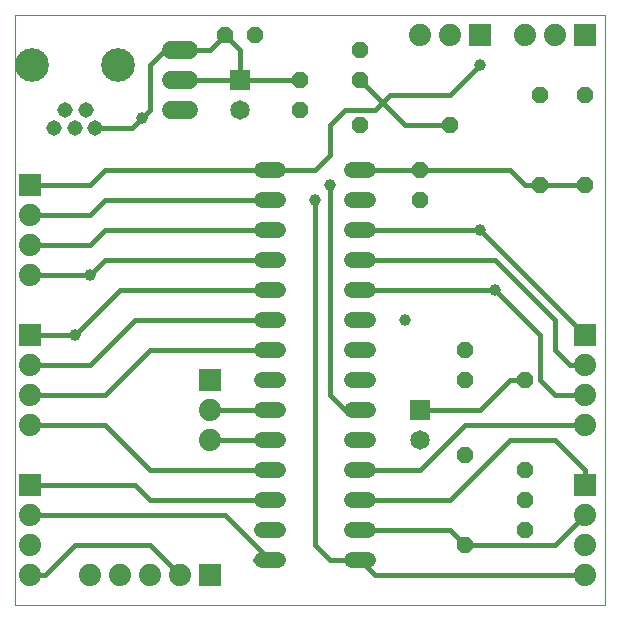
<source format=gtl>
G75*
G70*
%OFA0B0*%
%FSLAX24Y24*%
%IPPOS*%
%LPD*%
%AMOC8*
5,1,8,0,0,1.08239X$1,22.5*
%
%ADD10C,0.0000*%
%ADD11C,0.0520*%
%ADD12OC8,0.0520*%
%ADD13R,0.0650X0.0650*%
%ADD14C,0.0650*%
%ADD15R,0.0740X0.0740*%
%ADD16C,0.0740*%
%ADD17C,0.0515*%
%ADD18C,0.1122*%
%ADD19C,0.0600*%
%ADD20C,0.0160*%
%ADD21C,0.0396*%
D10*
X000917Y000252D02*
X000917Y019937D01*
X020602Y019937D01*
X020602Y000252D01*
X000917Y000252D01*
D11*
X009157Y001752D02*
X009677Y001752D01*
X009677Y002752D02*
X009157Y002752D01*
X009157Y003752D02*
X009677Y003752D01*
X009677Y004752D02*
X009157Y004752D01*
X009157Y005752D02*
X009677Y005752D01*
X009677Y006752D02*
X009157Y006752D01*
X009157Y007752D02*
X009677Y007752D01*
X009677Y008752D02*
X009157Y008752D01*
X009157Y009752D02*
X009677Y009752D01*
X009677Y010752D02*
X009157Y010752D01*
X009157Y011752D02*
X009677Y011752D01*
X009677Y012752D02*
X009157Y012752D01*
X009157Y013752D02*
X009677Y013752D01*
X009677Y014752D02*
X009157Y014752D01*
X012157Y014752D02*
X012677Y014752D01*
X012677Y013752D02*
X012157Y013752D01*
X012157Y012752D02*
X012677Y012752D01*
X012677Y011752D02*
X012157Y011752D01*
X012157Y010752D02*
X012677Y010752D01*
X012677Y009752D02*
X012157Y009752D01*
X012157Y008752D02*
X012677Y008752D01*
X012677Y007752D02*
X012157Y007752D01*
X012157Y006752D02*
X012677Y006752D01*
X012677Y005752D02*
X012157Y005752D01*
X012157Y004752D02*
X012677Y004752D01*
X012677Y003752D02*
X012157Y003752D01*
X012157Y002752D02*
X012677Y002752D01*
X012677Y001752D02*
X012157Y001752D01*
D12*
X015917Y002252D03*
X017917Y002752D03*
X017917Y003752D03*
X017917Y004752D03*
X015917Y005252D03*
X015917Y007752D03*
X015917Y008752D03*
X017917Y007752D03*
X014417Y013752D03*
X014417Y014752D03*
X015417Y016252D03*
X012417Y016252D03*
X012417Y017752D03*
X012417Y018752D03*
X010417Y017752D03*
X010417Y016752D03*
X008917Y019252D03*
X007917Y019252D03*
X018417Y017252D03*
X019917Y017252D03*
X019917Y014252D03*
X018417Y014252D03*
D13*
X014417Y006752D03*
X008417Y017752D03*
D14*
X008417Y016752D03*
X014417Y005752D03*
D15*
X019917Y004252D03*
X019917Y009252D03*
X019917Y019252D03*
X016417Y019252D03*
X007417Y007752D03*
X001417Y009252D03*
X001417Y004252D03*
X007417Y001252D03*
X001417Y014252D03*
D16*
X001417Y013252D03*
X001417Y012252D03*
X001417Y011252D03*
X001417Y008252D03*
X001417Y007252D03*
X001417Y006252D03*
X001417Y003252D03*
X001417Y002252D03*
X001417Y001252D03*
X003417Y001252D03*
X004417Y001252D03*
X005417Y001252D03*
X006417Y001252D03*
X007417Y005752D03*
X007417Y006752D03*
X019917Y006252D03*
X019917Y007252D03*
X019917Y008252D03*
X019917Y003252D03*
X019917Y002252D03*
X019917Y001252D03*
X018917Y019252D03*
X017917Y019252D03*
X015417Y019252D03*
X014417Y019252D03*
D17*
X003587Y016152D03*
X002917Y016152D03*
X002217Y016152D03*
X002587Y016772D03*
X003277Y016772D03*
D18*
X004354Y018252D03*
X001480Y018252D03*
D19*
X006117Y017752D02*
X006717Y017752D01*
X006717Y018752D02*
X006117Y018752D01*
X006117Y016752D02*
X006717Y016752D01*
D20*
X006417Y017752D02*
X010417Y017752D01*
X011417Y016252D02*
X011917Y016752D01*
X012917Y016752D01*
X013417Y017252D01*
X015417Y017252D01*
X016417Y018252D01*
X015417Y016252D02*
X013917Y016252D01*
X012417Y017752D01*
X011417Y016252D02*
X011417Y015252D01*
X010917Y014752D01*
X009417Y014752D01*
X003917Y014752D01*
X003417Y014252D01*
X001417Y014252D01*
X001417Y013252D02*
X003417Y013252D01*
X003917Y013752D01*
X009417Y013752D01*
X009417Y012752D02*
X003917Y012752D01*
X003417Y012252D01*
X001417Y012252D01*
X001417Y011252D02*
X003417Y011252D01*
X003917Y011752D01*
X009417Y011752D01*
X009417Y010752D02*
X004417Y010752D01*
X002917Y009252D01*
X001417Y009252D01*
X001417Y008252D02*
X003417Y008252D01*
X004917Y009752D01*
X009417Y009752D01*
X009417Y008752D02*
X005417Y008752D01*
X003917Y007252D01*
X001417Y007252D01*
X001417Y006252D02*
X003917Y006252D01*
X005417Y004752D01*
X009417Y004752D01*
X009417Y005752D02*
X007417Y005752D01*
X007417Y006752D02*
X009417Y006752D01*
X011417Y007252D02*
X011417Y014252D01*
X010917Y013752D02*
X010917Y002252D01*
X011417Y001752D01*
X012417Y001752D01*
X012917Y001252D01*
X019917Y001252D01*
X018917Y002252D02*
X019917Y003252D01*
X019917Y004252D02*
X019917Y004752D01*
X018917Y005752D01*
X017417Y005752D01*
X015417Y003752D01*
X012417Y003752D01*
X012417Y002752D02*
X015417Y002752D01*
X015917Y002252D01*
X018917Y002252D01*
X019917Y006252D02*
X015917Y006252D01*
X014417Y004752D01*
X012417Y004752D01*
X012417Y006752D02*
X011917Y006752D01*
X011417Y007252D01*
X014417Y006752D02*
X016417Y006752D01*
X017417Y007752D01*
X017917Y007752D01*
X018417Y007752D02*
X018417Y009252D01*
X016917Y010752D01*
X012417Y010752D01*
X012417Y011752D02*
X016917Y011752D01*
X018917Y009752D01*
X018917Y008752D01*
X019417Y008252D01*
X019917Y008252D01*
X019917Y009252D02*
X016417Y012752D01*
X012417Y012752D01*
X012417Y014752D02*
X014417Y014752D01*
X017417Y014752D01*
X017917Y014252D01*
X018417Y014252D01*
X019917Y014252D01*
X018417Y007752D02*
X018917Y007252D01*
X019917Y007252D01*
X009417Y003752D02*
X005417Y003752D01*
X004917Y004252D01*
X001417Y004252D01*
X001417Y003252D02*
X007917Y003252D01*
X009417Y001752D01*
X008917Y001752D01*
X006417Y001252D02*
X005417Y002252D01*
X002917Y002252D01*
X001917Y001252D01*
X001417Y001252D01*
X003587Y016152D02*
X004817Y016152D01*
X005167Y016502D01*
X005417Y016752D01*
X005417Y018252D01*
X005917Y018752D01*
X006417Y018752D01*
X007417Y018752D01*
X007917Y019252D01*
X008417Y018752D01*
X008417Y017752D01*
D21*
X005167Y016502D03*
X003417Y011252D03*
X002917Y009252D03*
X010917Y013752D03*
X011417Y014252D03*
X013917Y009752D03*
X016917Y010752D03*
X016417Y012752D03*
X016417Y018252D03*
M02*

</source>
